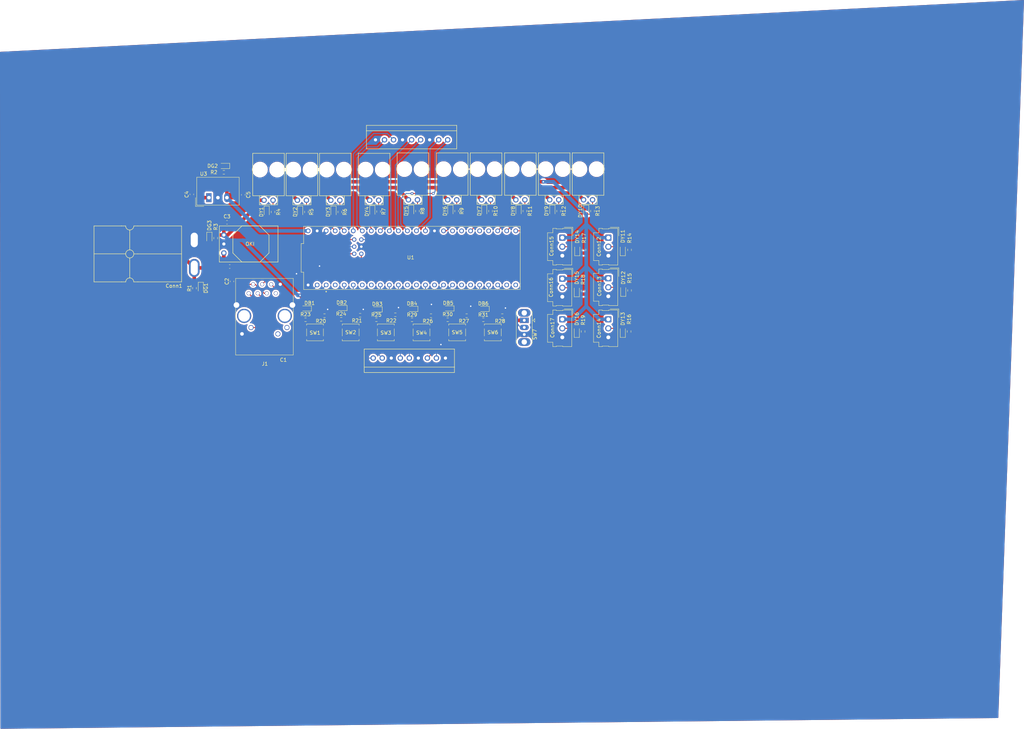
<source format=kicad_pcb>
(kicad_pcb (version 20211014) (generator pcbnew)
  (layers (0 "F.Cu" signal) (31 "B.Cu" signal) (34 "B.Paste" user) (35 "F.Paste" user) (36 "B.SilkS" user "B.Silkscreen") (37 "F.SilkS" user "F.Silkscreen") (38 "B.Mask" user) (39 "F.Mask" user) (44 "Edge.Cuts" user))
  (net 0 "")
  (net 1 "+36V")
  (net 2 "GND")
  (net 3 "Net-(C2-Pad1)")
  (net 4 "+3.3V")
  (net 5 "+5V")
  (net 6 "LIM_1")
  (net 7 "LIM_3")
  (net 8 "LIM_5")
  (net 9 "LIM_7")
  (net 10 "LIM_9")
  (net 11 "LIM_2")
  (net 12 "LIM_4")
  (net 13 "LIM_6")
  (net 14 "LIM_8")
  (net 15 "LIM_10")
  (net 16 "ENC_1")
  (net 17 "VESC_Tx_1")
  (net 18 "VESC_Rx_1")
  (net 19 "VESC_Tx_2")
  (net 20 "VESC_Rx_2")
  (net 21 "VESC_Tx_3")
  (net 22 "VESC_Rx_3")
  (net 23 "VESC_Tx_4")
  (net 24 "VESC_Rx_4")
  (net 25 "VESC_Tx_5")
  (net 26 "VESC_Rx_5")
  (net 27 "VESC_Tx_6")
  (net 28 "VESC_Rx_6")
  (net 29 "Net-(DB1-Pad1)")
  (net 30 "Net-(DB2-Pad1)")
  (net 31 "Net-(DB3-Pad1)")
  (net 32 "Net-(DB4-Pad1)")
  (net 33 "Net-(DB5-Pad1)")
  (net 34 "Net-(DB6-Pad1)")
  (net 35 "Net-(DG1-Pad2)")
  (net 36 "Net-(DG2-Pad2)")
  (net 37 "Net-(DG3-Pad2)")
  (net 38 "Net-(DY1-Pad2)")
  (net 39 "Net-(DY2-Pad2)")
  (net 40 "Net-(DY3-Pad2)")
  (net 41 "Net-(DY4-Pad2)")
  (net 42 "Net-(DY5-Pad2)")
  (net 43 "Net-(DY6-Pad2)")
  (net 44 "Net-(DY7-Pad2)")
  (net 45 "Net-(DY8-Pad2)")
  (net 46 "Net-(DY9-Pad2)")
  (net 47 "Net-(DY10-Pad2)")
  (net 48 "Net-(DY11-Pad1)")
  (net 49 "Net-(DY12-Pad1)")
  (net 50 "Net-(DY13-Pad1)")
  (net 51 "Net-(DY14-Pad1)")
  (net 52 "Net-(DY15-Pad1)")
  (net 53 "Net-(DY16-Pad1)")
  (net 55 "LED")
  (net 57 "Tx+")
  (net 58 "Tx-")
  (net 60 "Rx+")
  (net 61 "Rx-")
  (net 62 "B1")
  (net 63 "B2")
  (net 64 "B3")
  (net 65 "B4")
  (net 66 "B5")
  (net 67 "B6")
  (net 68 "SW")
  (net 74 "ENC_6")
  (net 75 "ENC_5")
  (net 78 "ENC_4")
  (net 79 "ENC_3")
  (net 80 "ENC_2")
  (footprint "MRDT_Connectors:MOLEX_SL_02_Horizontal" (layer "F.Cu") (at 136.906 45.339)
    (fp_text reference "Conn7" hide)
    (fp_text value "Molex_SL_02")
  )
  (footprint "Capacitor_SMD:C_0603_1608Metric_Pad1.08x0.95mm_HandSolder" (layer "F.Cu") (at 74.803 51.689 180)
    (fp_text reference "C3")
    (fp_text value "10 uF")
  )
  (footprint "Resistor_SMD:R_0603_1608Metric_Pad0.98x0.95mm_HandSolder" (layer "F.Cu") (at 65.659 70.231 90)
    (fp_text reference "R1")
    (fp_text value "3000")
  )
  (footprint "Connector_Molex:Molex_SL_171971-0003_1x03_P2.54mm_Vertical" (layer "F.Cu") (at 169.164 67.564 -90)
    (fp_text reference "Conn16")
    (fp_text value "Molex_SL_03")
  )
  (footprint "Resistor_SMD:R_0603_1608Metric_Pad0.98x0.95mm_HandSolder" (layer "F.Cu") (at 73.914 37.592)
    (fp_text reference "R2")
    (fp_text value "300")
  )
  (footprint "Resistor_SMD:R_0603_1608Metric_Pad0.98x0.95mm_HandSolder" (layer "F.Cu") (at 139.446 48.514 -90)
    (fp_text reference "R9")
    (fp_text value "43")
  )
  (footprint "Resistor_SMD:R_0603_1608Metric_Pad0.98x0.95mm_HandSolder" (layer "F.Cu") (at 136.906 79.121 180)
    (fp_text reference "R30")
    (fp_text value "120")
  )
  (footprint "Resistor_SMD:R_0603_1608Metric_Pad0.98x0.95mm_HandSolder" (layer "F.Cu") (at 158.623 48.514 -90)
    (fp_text reference "R11")
    (fp_text value "43")
  )
  (footprint "Connector_Molex:Molex_SL_171971-0003_1x03_P2.54mm_Vertical" (layer "F.Cu") (at 169.164 56.007 -90)
    (fp_text reference "Conn15")
    (fp_text value "Molex_SL_03")
  )
  (footprint "Resistor_SMD:R_0603_1608Metric_Pad0.98x0.95mm_HandSolder" (layer "F.Cu") (at 175.018 82.423 90)
    (fp_text reference "R19")
    (fp_text value "300")
  )
  (footprint "LED_SMD:LED_0603_1608Metric_Pad1.05x0.95mm_HandSolder" (layer "F.Cu") (at 146.939 76.073 180)
    (fp_text reference "DB6")
    (fp_text value "Blue")
  )
  (footprint "Capacitor_SMD:C_0603_1608Metric_Pad1.08x0.95mm_HandSolder" (layer "F.Cu") (at 64.897 43.815 90)
    (fp_text reference "C4")
    (fp_text value "10 uF")
  )
  (footprint "MRDT_Connectors:MOLEX_SL_02_Horizontal" (layer "F.Cu") (at 156.083 45.339)
    (fp_text reference "Conn9" hide)
    (fp_text value "Molex_SL_02")
  )
  (footprint "Resistor_SMD:R_0603_1608Metric_Pad0.98x0.95mm_HandSolder" (layer "F.Cu") (at 152.273 77.978)
    (fp_text reference "R28")
    (fp_text value "4.7k")
  )
  (footprint "MRDT_Devices:OKI_Horizontal" (layer "F.Cu") (at 73.914 60.325 90)
    (fp_text reference "U2" hide)
    (fp_text value "OKI")
  )
  (footprint "Resistor_SMD:R_0603_1608Metric_Pad0.98x0.95mm_HandSolder" (layer "F.Cu") (at 148.971 48.514 -90)
    (fp_text reference "R10")
    (fp_text value "43")
  )
  (footprint "LED_SMD:LED_0603_1608Metric_Pad1.05x0.95mm_HandSolder" (layer "F.Cu") (at 173.24 82.423 90)
    (fp_text reference "DY16")
    (fp_text value "Yellow")
  )
  (footprint "Button_Switch_SMD:SW_SPST_TL3305A" (layer "F.Cu") (at 109.601 82.677 180)
    (fp_text reference "SW2")
    (fp_text value "SW_Push")
  )
  (footprint "Resistor_SMD:R_0603_1608Metric_Pad0.98x0.95mm_HandSolder" (layer "F.Cu") (at 116.84 79.121 180)
    (fp_text reference "R25")
    (fp_text value "120")
  )
  (footprint "LED_SMD:LED_0603_1608Metric_Pad1.05x0.95mm_HandSolder" (layer "F.Cu") (at 137.033 75.946 180)
    (fp_text reference "DB5")
    (fp_text value "Blue")
  )
  (footprint "LED_SMD:LED_0603_1608Metric_Pad1.05x0.95mm_HandSolder" (layer "F.Cu") (at 147.193 48.514 -90)
    (fp_text reference "DY7")
    (fp_text value "Yellow")
  )
  (footprint "LED_SMD:LED_0603_1608Metric_Pad1.05x0.95mm_HandSolder" (layer "F.Cu") (at 137.668 48.514 -90)
    (fp_text reference "DY6")
    (fp_text value "Yellow")
  )
  (footprint "Resistor_SMD:R_0603_1608Metric_Pad0.98x0.95mm_HandSolder" (layer "F.Cu") (at 106.934 78.994 180)
    (fp_text reference "R24")
    (fp_text value "120")
  )
  (footprint "Resistor_SMD:R_0603_1608Metric_Pad0.98x0.95mm_HandSolder" (layer "F.Cu") (at 106.553 48.768 -90)
    (fp_text reference "R6")
    (fp_text value "43")
  )
  (footprint "Resistor_SMD:R_0603_1608Metric_Pad0.98x0.95mm_HandSolder" (layer "F.Cu") (at 96.901 79.121 180)
    (fp_text reference "R23")
    (fp_text value "120")
  )
  (footprint "Capacitor_SMD:C_0603_1608Metric" (layer "F.Cu") (at 76.2 68.326 90)
    (fp_text reference "C2")
    (fp_text value "0.1uF")
  )
  (footprint "Resistor_SMD:R_0603_1608Metric_Pad0.98x0.95mm_HandSolder" (layer "F.Cu") (at 187.96 82.423 90)
    (fp_text reference "R16")
    (fp_text value "300")
  )
  (footprint "Button_Switch_SMD:SW_SPST_TL3305A" (layer "F.Cu") (at 119.507 82.677 180)
    (fp_text reference "SW3")
    (fp_text value "SW_Push")
  )
  (footprint "MRDT_Connectors:MOLEX_SL_02_Horizontal" (layer "F.Cu") (at 114.935 45.466)
    (fp_text reference "Conn5" hide)
    (fp_text value "Molex_SL_02")
  )
  (footprint "MRDT_Connectors:MOLEX_SL_09_Vertical" (layer "F.Cu") (at 136.271 89.916 180)
    (fp_text reference "Conn19" hide)
    (fp_text value "Molex_SL_09")
  )
  (footprint "LED_SMD:LED_0603_1608Metric_Pad1.05x0.95mm_HandSolder" (layer "F.Cu") (at 126.619 48.514 -90)
    (fp_text reference "DY5")
    (fp_text value "Yellow")
  )
  (footprint "LED_SMD:LED_0603_1608Metric_Pad1.05x0.95mm_HandSolder" (layer "F.Cu") (at 186.182 59.436 90)
    (fp_text reference "DY11")
    (fp_text value "Yellow")
  )
  (footprint "MRDT_Connectors:MOLEX_SL_02_Horizontal" (layer "F.Cu") (at 175.133 45.339)
    (fp_text reference "Conn11" hide)
    (fp_text value "Molex_SL_02")
  )
  (footprint "MRDT_Connectors:MOLEX_SL_02_Horizontal" (layer "F.Cu") (at 85.217 45.466)
    (fp_text reference "Conn2" hide)
    (fp_text value "Molex_SL_02")
  )
  (footprint "LED_SMD:LED_0603_1608Metric_Pad1.05x0.95mm_HandSolder" (layer "F.Cu") (at 73.914 35.814 180)
    (fp_text reference "DG2")
    (fp_text value "Green")
  )
  (footprint "Button_Switch_SMD:SW_SPST_TL3305A" (layer "F.Cu") (at 129.54 82.677 180)
    (fp_text reference "SW4")
    (fp_text value "SW_Push")
  )
  (footprint "MRDT_Connectors:MOLEX_SL_02_Horizontal" (layer "F.Cu") (at 94.615 45.466)
    (fp_text reference "Conn3" hide)
    (fp_text value "Molex_SL_02")
  )
  (footprint "Connector_Molex:Molex_SL_171971-0003_1x03_P2.54mm_Vertical" (layer "F.Cu") (at 182.106 67.437 -90)
    (fp_text reference "Conn13")
    (fp_text value "Molex_SL_03")
  )
  (footprint "LED_SMD:LED_0603_1608Metric_Pad1.05x0.95mm_HandSolder" (layer "F.Cu") (at 69.85 56.134 -90)
    (fp_text reference "DG3")
    (fp_text value "Green")
  )
  (footprint "Resistor_SMD:R_0603_1608Metric_Pad0.98x0.95mm_HandSolder" (layer "F.Cu") (at 126.873 79.121 180)
    (fp_text reference "R29")
    (fp_text value "120")
  )
  (footprint "Resistor_SMD:R_0603_1608Metric_Pad0.98x0.95mm_HandSolder" (layer "F.Cu") (at 128.397 48.514 -90)
    (fp_text reference "R8")
    (fp_text value "43")
  )
  (footprint "Resistor_SMD:R_0603_1608Metric_Pad0.98x0.95mm_HandSolder" (layer "F.Cu") (at 71.628 56.134 90)
    (fp_text reference "R3")
    (fp_text value "100")
  )
  (footprint "Resistor_SMD:R_0603_1608Metric_Pad0.98x0.95mm_HandSolder" (layer "F.Cu") (at 188.087 70.866 90)
    (fp_text reference "R15")
    (fp_text value "300")
  )
  (footprint "LED_SMD:LED_0603_1608Metric_Pad1.05x0.95mm_HandSolder" (layer "F.Cu") (at 186.309 70.866 90)
    (fp_text reference "DY12")
    (fp_text value "Yellow")
  )
  (footprint "Resistor_SMD:R_0603_1608Metric_Pad0.98x0.95mm_HandSolder" (layer "F.Cu") (at 175.018 70.993 90)
    (fp_text reference "R18")
    (fp_text value "300")
  )
  (footprint "MRDT_Connectors:MOLEX_SL_02_Horizontal" (layer "F.Cu") (at 165.608 45.339)
    (fp_text reference "Conn10" hide)
    (fp_text value "Molex_SL_02")
  )
  (footprint "LED_SMD:LED_0603_1608Metric_Pad1.05x0.95mm_HandSolder" (layer "F.Cu") (at 186.182 82.423 90)
    (fp_text reference "DY13")
    (fp_text value "Yellow")
  )
  (footprint "LED_SMD:LED_0603_1608Metric_Pad1.05x0.95mm_HandSolder" (layer "F.Cu") (at 175.895 48.514 -90)
    (fp_text reference "DY10")
    (fp_text value "Yellow")
  )
  (footprint "Resistor_SMD:R_0603_1608Metric_Pad0.98x0.95mm_HandSolder" (layer "F.Cu") (at 175.272 59.436 90)
    (fp_text reference "R17")
    (fp_text value "300")
  )
  (footprint "Resistor_SMD:R_0603_1608Metric_Pad0.98x0.95mm_HandSolder" (layer "F.Cu") (at 117.475 48.641 -90)
    (fp_text reference "R7")
    (fp_text value "43")
  )
  (footprint "Resistor_SMD:R_0603_1608Metric_Pad0.98x0.95mm_HandSolder" (layer "F.Cu") (at 102.235 77.978)
    (fp_text reference "R20")
    (fp_text value "4.7k")
  )
  (footprint "MRDT_Connectors:RJ45_Teensy" (layer "F.Cu") (at 85.469 91.0295)
    (fp_text reference "J1")
    (fp_text value "RJ45_LED_Shielded")
  )
  (footprint "Resistor_SMD:R_0603_1608Metric_Pad0.98x0.95mm_HandSolder" (layer "F.Cu") (at 188.087 59.436 90)
    (fp_text reference "R14")
    (fp_text value "300")
  )
  (footprint "LED_SMD:LED_0603_1608Metric_Pad1.05x0.95mm_HandSolder" (layer "F.Cu") (at 95.377 48.768 -90)
    (fp_text reference "DY2")
    (fp_text value "Yellow")
  )
  (footprint "Connector_Molex:Molex_SL_171971-0003_1x03_P2.54mm_Vertical" (layer "F.Cu") (at 182.106 78.994 -90)
    (fp_text reference "Conn14")
    (fp_text value "Molex_SL_03")
  )
  (footprint "Connector_Molex:Molex_SL_171971-0003_1x03_P2.54mm_Vertical" (layer "F.Cu") (at 182.118 56.007 -90)
    (fp_text reference "Conn12")
    (fp_text value "Molex_SL_03")
  )
  (footprint "Resistor_SMD:R_0603_1608Metric_Pad0.98x0.95mm_HandSolder" (layer "F.Cu") (at 87.757 48.768 -90)
    (fp_text reference "R4")
    (fp_text value "43")
  )
  (footprint "Resistor_SMD:R_0603_1608Metric_Pad0.98x0.95mm_HandSolder" (layer "F.Cu") (at 177.673 48.514 -90)
    (fp_text reference "R13")
    (fp_text value "43")
  )
  (footprint "LED_SMD:LED_0603_1608Metric_Pad1.05x0.95mm_HandSolder" (layer "F.Cu") (at 104.775 48.768 -90)
    (fp_text reference "DY3")
    (fp_text value "Yellow")
  )
  (footprint "LED_SMD:LED_0603_1608Metric_Pad1.05x0.95mm_HandSolder" (layer "F.Cu") (at 106.934 75.819 180)
    (fp_text reference "DB2")
    (fp_text value "Blue")
  )
  (footprint "Resistor_SMD:R_0603_1608Metric_Pad0.98x0.95mm_HandSolder" (layer "F.Cu") (at 132.207 77.978)
    (fp_text reference "R26")
    (fp_text value "4.7k")
  )
  (footprint "LED_SMD:LED_0603_1608Metric_Pad1.05x0.95mm_HandSolder" (layer "F.Cu") (at 173.24 70.993 90)
    (fp_text reference "DY15")
    (fp_text value "Yellow")
  )
  (footprint "Resistor_SMD:R_0603_1608Metric_Pad0.98x0.95mm_HandSolder" (layer "F.Cu") (at 122.174 77.724)
    (fp_text reference "R22")
    (fp_text value "4.7k")
  )
  (footprint "Resistor_SMD:R_0603_1608Metric_Pad0.98x0.95mm_HandSolder" (layer "F.Cu") (at 112.268 77.851)
    (fp_text reference "R21")
    (fp_text value "4.7k")
  )
  (footprint "Capacitor_SMD:C_0603_1608Metric_Pad1.08x0.95mm_HandSolder" (layer "F.Cu") (at 79.375 43.942 -90)
    (fp_text reference "C5")
    (fp_text value "10 uF")
  )
  (footprint "LED_SMD:LED_0603_1608Metric_Pad1.05x0.95mm_HandSolder" (layer "F.Cu") (at 116.84 76.2 180)
    (fp_text reference "DB3")
    (fp_text value "Blue")
  )
  (footprint "MRDT_Connectors:MOLEX_SL_02_Horizontal" (layer "F.Cu") (at 146.431 45.339)
    (fp_text reference "Conn8" hide)
    (fp_text value "Molex_SL_02")
  )
  (footprint "MRDT_Connectors:MOLEX_SL_09_Vertical" (layer "F.Cu") (at 116.586 28.448)
    (fp_text reference "Conn18" hide)
    (fp_text value "Molex_SL_09")
  )
  (footprint "MRDT_Connectors:Square_Anderson_2_H_Side_By_Side_PV" (layer "F.Cu") (at 65.7188 56.342)
    (fp_text reference "Conn1")
    (fp_text value "AndersonPP")
  )
  (footprint "Converter_DCDC:Converter_DCDC_TRACO_TSR-1_THT" (layer "F.Cu") (at 69.7035 44.7355)
    (fp_text reference "U3")
    (fp_text value "TSR_1-2450")
  )
  (footprint "MRDT_Shields:Teensy_4_1_Ethernet" (layer "F.Cu") (at 126.842 61.7085)
    (fp_text reference "U1")
    (fp_text value "Teensy4.1_DEV-16771")
  )
  (footprint "MRDT_Connectors:MOLEX_SL_02_Horizontal" (layer "F.Cu") (at 104.013 45.466)
    (fp_text reference "Conn4" hide)
    (fp_text value "Molex_SL_02")
  )
  (footprint "Capacitor_SMD:C_0603_1608Metric_Pad1.08x0.95mm_HandSolder" (layer "F.Cu") (at 75.565 64.135)
    (fp_text reference "C1")
    (fp_text value "10 uF")
  )
  (footprint "Resistor_SMD:R_0603_1608Metric_Pad0.98x0.95mm_HandSolder" (layer "F.Cu") (at 97.155 48.768 -90)
    (fp_text reference "R5")
    (fp_text value "43")
  )
  (footprint "LED_SMD:LED_0603_1608Metric_Pad1.05x0.95mm_HandSolder" (layer "F.Cu") (at 67.437 70.231 -90)
    (fp_text reference "DG1")
    (fp_text value "Green")
  )
  (footprint "LED_SMD:LED_0603_1608Metric_Pad1.05x0.95mm_HandSolder" (layer "F.Cu") (at 85.979 48.768 -90)
    (fp_text reference "DY1")
    (fp_text value "Yellow")
  )
  (footprint "LED_SMD:LED_0603_1608Metric_Pad1.05x0.95mm_HandSolder" (layer "F.Cu") (at 96.901 75.946 180)
    (fp_text reference "DB1")
    (fp_text value "Blue")
  )
  (footprint "Button_Switch_SMD:SW_SPST_TL3305A" (layer "F.Cu") (at 139.573 82.677 180)
    (fp_text reference "SW5")
    (fp_text value "SW_Push")
  )
  (footprint "Resistor_SMD:R_0603_1608Metric_Pad0.98x0.95mm_HandSolder" (layer "F.Cu") (at 168.148 48.514 -90)
    (fp_text reference "R12")
    (fp_text value "43")
  )
  (footprint "Button_Switch_SMD:SW_SPST_TL3305A" (layer "F.Cu") (at 149.606 82.677 180)
    (fp_text reference "SW6")
    (fp_text value "SW_Push")
  )
  (footprint "Resistor_SMD:R_0603_1608Metric_Pad0.98x0.95mm_HandSolder" (layer "F.Cu") (at 142.24 77.978)
    (fp_text reference "R27")
    (fp_text value "4.7k")
  )
  (footprint "LED_SMD:LED_0603_1608Metric_Pad1.05x0.95mm_HandSolder" (layer "F.Cu") (at 166.37 48.514 -90)
    (fp_text reference "DY9")
    (fp_text value "Yellow")
  )
  (footprint "Button_Switch_SMD:SW_SPST_TL3305A" (layer "F.Cu") (at 99.568 82.677 180)
    (fp_text reference "SW1")
    (fp_text value "SW_Push")
  )
  (footprint "MRDT_Connectors:MOLEX_SL_02_Horizontal" (layer "F.Cu") (at 125.857 45.339)
    (fp_text reference "Conn6" hide)
    (fp_text value "Molex_SL_02")
  )
  (footprint "LED_SMD:LED_0603_1608Metric_Pad1.05x0.95mm_HandSolder" (layer "F.Cu") (at 173.367 59.436 90)
    (fp_text reference "DY14")
    (fp_text value "Yellow")
  )
  (footprint "LED_SMD:LED_0603_1608Metric_Pad1.05x0.95mm_HandSolder" (layer "F.Cu") (at 126.873 76.073 180)
    (fp_text reference "DB4")
    (fp_text value "Blue")
  )
  (footprint "Connector_Molex:Molex_SL_171971-0003_1x03_P2.54mm_Vertical" (layer "F.Cu") (at 169.164 78.994 -90)
    (fp_text reference "Conn17")
    (fp_text value "Molex_SL_03")
  )
  (footprint "Button_Switch_THT:SW_Slide_1P2T_CK_OS102011MS2Q" (layer "F.Cu") (at 158.4525 79.28 -90)
    (fp_text reference "SW7")
    (fp_text value "SW_DPDT_x2")
  )
  (footprint "LED_SMD:LED_0603_1608Metric_Pad1.05x0.95mm_HandSolder" (layer "F.Cu") (at 115.697 48.641 -90)
    (fp_text reference "DY4")
    (fp_text value "Yellow")
  )
  (footprint "LED_SMD:LED_0603_1608Metric_Pad1.05x0.95mm_HandSolder" (layer "F.Cu") (at 156.845 48.514 -90)
    (fp_text reference "DY8")
    (fp_text value "Yellow")
  )
  (footprint "Resistor_SMD:R_0603_1608Metric_Pad0.98x0.95mm_HandSolder" (layer "F.Cu") (at 146.939 79.121 180)
    (fp_text reference "R31")
    (fp_text value "120")
  )
  (segment (start 70.866 64.516) (end 74.3215 64.516) (width 1.016) (layer "F.Cu") (net 1))
  (segment (start 65.5942 64.516) (end 61.976 60.8978) (width 1.016) (layer "F.Cu") (net 1))
  (segment (start 73.914 61.468) (end 73.914 60.325) (width 1.016) (layer "F.Cu") (net 1))
  (segment (start 61.976 47.5985) (end 64.897 44.6775) (width 1.016) (layer "F.Cu") (net 1))
  (segment (start 65.5942 69.2537) (end 65.659 69.3185) (width 1.016) (layer "F.Cu") (net 1))
  (segment (start 65.5942 64.516) (end 70.866 64.516) (width 1.016) (layer "F.Cu") (net 1))
  (segment (start 74.3215 64.516) (end 74.7025 64.135) (width 1.016) (layer "F.Cu") (net 1))
  (segment (start 61.976 50.673) (end 61.976 47.5985) (width 1.016) (layer "F.Cu") (net 1))
  (segment (start 61.976 60.8978) (end 61.976 50.673) (width 1.016) (layer "F.Cu") (net 1))
  (segment (start 70.866 64.516) (end 73.914 61.468) (width 1.016) (layer "F.Cu") (net 1))
  (segment (start 65.5942 64.516) (end 65.5942 69.2537) (width 1.016) (layer "F.Cu") (net 1))
  (segment (start 67.9135 44.7355) (end 69.7035 44.7355) (width 1.016) (layer "F.Cu") (net 1))
  (segment (start 61.976 50.673) (end 67.9135 44.7355) (width 1.016) (layer "F.Cu") (net 1))
  (segment (start 76.2 69.101) (end 76.2385 69.1395) (width 0.254) (layer "F.Cu") (net 3))
  (segment (start 76.2385 69.1395) (end 82.169 69.1395) (width 0.254) (layer "F.Cu") (net 3))
  (segment (start 85.2685 71.6795) (end 85.979 71.6795) (width 0.254) (layer "F.Cu") (net 3))
  (segment (start 82.7285 69.1395) (end 85.2685 71.6795) (width 0.254) (layer "F.Cu") (net 3))
  (segment (start 82.169 69.1395) (end 82.7285 69.1395) (width 0.254) (layer "F.Cu") (net 3))
  (segment (start 82.55 47.68663) (end 82.55 46.609) (width 1.016) (layer "F.Cu") (net 4))
  (segment (start 99.568 41.91) (end 100.457 41.91) (width 1.016) (layer "F.Cu") (net 4))
  (segment (start 146.431 45.339) (end 143.002 41.91) (width 1.016) (layer "F.Cu") (net 4))
  (segment (start 111.506 42.037) (end 111.506 41.91) (width 1.016) (layer "F.Cu") (net 4))
  (segment (start 85.344 41.91) (end 90.551 41.91) (width 1.016) (layer "F.Cu") (net 4))
  (segment (start 133.35 41.91) (end 143.002 41.91) (width 1.016) (layer "F.Cu") (net 4))
  (segment (start 82.55 46.609) (end 82.55 44.704) (width 1.016) (layer "F.Cu") (net 4))
  (segment (start 137.414 72.263) (end 140.716 72.263) (width 1.016) (layer "F.Cu") (net 4))
  (segment (start 91.059 41.91) (end 94.615 45.466) (width 1.016) (layer "F.Cu") (net 4))
  (segment (start 127.508 72.263) (end 131.2945 76.0495) (width 1.016) (layer "F.Cu") (net 4))
  (segment (start 71.6515 55.245) (end 71.628 55.2215) (width 1.016) (layer "F.Cu") (net 4))
  (segment (start 148.971 72.263) (end 152.273 72.263) (width 1.016) (layer "F.Cu") (net 4))
  (segment (start 127.508 72.263) (end 132.207 72.263) (width 1.016) (layer "F.Cu") (net 4))
  (segment (start 73.914 51.7155) (end 73.9405 51.689) (width 1.016) (layer "F.Cu") (net 4))
  (segment (start 152.654 41.91) (end 152.273 41.91) (width 1.016) (layer "F.Cu") (net 4))
  (segment (start 82.55 44.704) (end 85.344 41.91) (width 1.016) (layer "F.Cu") (net 4))
  (segment (start 101.3225 77.978) (end 101.3225 74.7795) (width 1.016) (layer "F.Cu") (net 4))
  (segment (start 171.704 41.91) (end 175.133 45.339) (width 1.016) (layer "F.Cu") (net 4))
  (segment (start 162.179 41.91) (end 161.925 41.91) (width 1.016) (layer "F.Cu") (net 4))
  (segment (start 82.55 46.609) (end 83.693 45.466) (width 1.016) (layer "F.Cu") (net 4))
  (segment (start 106.059 75.819) (end 105.918 75.819) (width 1.016) (layer "F.Cu") (net 4))
  (segment (start 83.693 45.466) (end 85.217 45.466) (width 1.016) (layer "F.Cu") (net 4))
  (segment (start 140.716 72.263) (end 142.254 72.263) (width 1.016) (layer "F.Cu") (net 4))
  (segment (start 122.428 41.91) (end 133.35 41.91) (width 1.016) (layer "F.Cu") (net 4))
  (segment (start 90.551 41.91) (end 99.568 41.91) (width 1.016) (layer "F.Cu") (net 4))
  (segment (start 110.998 72.263) (end 117.856 72.263) (width 1.016) (layer "F.Cu") (net 4))
  (segment (start 142.254 72.263) (end 146.064 76.073) (width 1.016) (layer "F.Cu") (net 4))
  (segment (start 121.2615 77.724) (end 121.2615 75.6685) (width 1.016) (layer "F.Cu") (net 4))
  (segment (start 151.3605 74.6525) (end 151.3605 77.978) (width 1.016) (layer "F.Cu") (net 4))
  (segment (start 102.362 72.263) (end 104.14 72.263) (width 1.016) (layer "F.Cu") (net 4))
  (segment (start 140.716 72.263) (end 148.971 72.263) (width 1.016) (layer "F.Cu") (net 4))
  (segment (start 155.067 75.057) (end 155.067 78.486) (width 1.016) (layer "F.Cu") (net 4))
  (segment (start 74.99163 55.245) (end 82.55 47.68663) (width 1.016) (layer "F.Cu") (net 4))
  (segment (start 133.477 41.91) (end 133.35 41.91) (width 1.016) (layer "F.Cu") (net 4))
  (segment (start 111.3555 74.3985) (end 109.22 72.263) (width 1.016) (layer "F.Cu") (net 4))
  (segment (start 73.914 55.245) (end 71.6515 55.245) (width 1.016) (layer "F.Cu") (net 4))
  (segment (start 112.028 72.263) (end 110.998 72.263) (width 1.016) (layer "F.Cu") (net 4))
  (segment (start 125.857 45.339) (end 122.428 41.91) (width 1.016) (layer "F.Cu") (net 4))
  (segment (start 105.918 75.819) (end 102.362 72.263) (width 1.016) (layer "F.Cu") (net 4))
  (segment (start 114.935 45.466) (end 111.506 42.037) (width 1.016) (layer "F.Cu") (net 4))
  (segment (start 156.083 45.339) (end 152.654 41.91) (width 1.016) (layer "F.Cu") (net 4))
  (segment (start 161.925 41.91) (end 171.704 41.91) (width 1.016) (layer "F.Cu") (net 4))
  (segment (start 152.273 41.91) (end 161.925 41.91) (width 1.016) (layer "F.Cu") (net 4))
  (segment (start 132.207 72.263) (end 137.414 72.263) (width 1.016) (layer "F.Cu") (net 4))
  (segment (start 96.026 72.912) (end 96.026 75.946) (width 1.016) (layer "F.Cu") (net 4))
  (segment (start 155.067 78.486) (end 155.861 79.28) (width 1.016) (layer "F.Cu") (net 4))
  (segment (start 136.906 45.339) (end 133.477 41.91) (width 1.016) (layer "F.Cu") (net 4))
  (segment (start 101.3225 74.7795) (end 98.806 72.263) (width 1.016) (layer "F.Cu") (net 4))
  (segment (start 109.22 72.263) (end 110.998 72.263) (width 1.016) (layer "F.Cu") (net 4))
  (segment (start 99.568 41.91) (end 111.506 41.91) (width 1.016) (layer "F.Cu") (net 4))
  (segment (start 148.971 72.263) (end 151.3605 74.6525) (width 1.016) (layer "F.Cu") (net 4))
  (segment (start 111.506 41.91) (end 122.428 41.91) (width 1.016) (layer "F.Cu") (net 4))
  (segment (start 73.914 55.245) (end 74.99163 55.245) (width 1.016) (layer "F.Cu") (net 4))
  (segment (start 131.2945 76.0495) (end 131.2945 77.978) (width 1.016) (layer "F.Cu") (net 4))
  (segment (start 73.914 55.245) (end 73.914 51.7155) (width 1.016) (layer "F.Cu") (net 4))
  (segment (start 125.603 76.073) (end 121.793 72.263) (width 1.016) (layer "F.Cu") (net 4))
  (segment (start 135.89 75.946) (end 136.158 75.946) (width 1.016) (layer "F.Cu") (net 4))
  (segment (start 115.965 76.2) (end 112.028 72.263) (width 1.016) (layer "F.Cu") (net 4))
  (segment (start 95.377 72.263) (end 96.026 72.912) (width 1.016) (layer "F.Cu") (net 4))
  (segment (start 117.856 72.263) (end 121.793 72.263) (width 1.016) (layer "F.Cu") (net 4))
  (segment (start 121.793 72.263) (end 127.508 72.263) (width 1.016) (layer "F.Cu") (net 4))
  (segment (start 165.608 45.339) (end 162.179 41.91) (width 1.016) (layer "F.Cu") (net 4))
  (segment (start 137.414 72.263) (end 141.3275 76.1765) (width 1.016) (layer "F.Cu") (net 4))
  (segment (start 111.3555 77.851) (end 111.3555 74.3985) (width 1.016) (layer "F.Cu") (net 4))
  (segment (start 152.273 72.263) (end 155.067 75.057) (width 1.016) (layer "F.Cu") (net 4))
  (segment (start 125.998 76.073) (end 125.603 76.073) (width 1.016) (layer "F.Cu") (net 4))
  (segment (start 95.377 72.263) (end 98.806 72.263) (width 1.016) (layer "F.Cu") (net 4))
  (segment (start 121.2615 75.6685) (end 117.856 72.263) (width 1.016) (layer "F.Cu") (net 4))
  (segment (start 98.806 72.263) (end 102.362 72.263) (width 1.016) (layer "F.Cu") (net 4))
  (segment (start 141.3275 76.1765) (end 141.3275 77.978) (width 1.016) (layer "F.Cu") (net 4))
  (segment (start 104.14 72.263) (end 109.22 72.263) (width 1.016) (layer "F.Cu") (net 4))
  (segment (start 100.457 41.91) (end 104.013 45.466) (width 1.016) (layer "F.Cu") (net 4))
  (segment (start 143.002 41.91) (end 152.273 41.91) (width 1.016) (layer "F.Cu") (net 4))
  (segment (start 132.207 72.263) (end 135.89 75.946) (width 1.016) (layer "F.Cu") (net 4))
  (segment (start 90.551 41.91) (end 91.059 41.91) (width 1.016) (layer "F.Cu") (net 4))
  (segment (start 155.861 79.28) (end 158.4525 79.28) (width 1.016) (layer "F.Cu") (net 4))
  (via (at 95.377 72.263) (size 0.8) (drill 0.4) (layers "F.Cu" "B.Cu") (net 4))
  (segment (start 95.377 72.263) (end 94.742 72.263) (width 1.016) (layer "B.Cu") (net 4))
  (segment (start 79.248 56.769) (end 100.203 56.769) (width 1.016) (layer "B.Cu") (net 4))
  (segment (start 73.914 55.245) (end 75.438 56.769) (width 1.016) (layer "B.Cu") (net 4))
  (segment (start 102.712 54.26) (end 102.712 54.0885) (width 1.016) (layer "B.Cu") (net 4))
  (segment (start 94.742 72.263) (end 79.248 56.769) (width 1.016) (layer "B.Cu") (net 4))
  (segment (start 100.203 56.769) (end 102.712 54.26) (width 1.016) (layer "B.Cu") (net 4))
  (segment (start 75.438 56.769) (end 79.248 56.769) (width 1.016) (layer "B.Cu") (net 4))
  (segment (start 74.7835 44.7355) (end 74.7835 37.635) (width 1.016) (layer "F.Cu") (net 5))
  (segment (start 74.7835 37.635) (end 74.8265 37.592) (width 1.016) (layer "F.Cu") (net 5))
  (segment (start 79.26 40.259) (end 74.7835 44.7355) (width 1.016) (layer "F.Cu") (net 5))
  (segment (start 163.83 40.259) (end 79.26 40.259) (width 1.016) (layer "F.Cu") (net 5))
  (segment (start 79.306 44.7355) (end 79.375 44.8045) (width 1.016) (layer "F.Cu") (net 5))
  (segment (start 74.7835 44.7355) (end 79.306 44.7355) (width 1.016) (layer "F.Cu") (net 5))
  (via (at 163.83 40.259) (size 0.8) (drill 0.4) (layers "F.Cu" "B.Cu") (net 5))
  (segment (start 172.466 67.564) (end 169.164 67.564) (width 1.016) (layer "B.Cu") (net 5))
  (segment (start 84.1365 54.0885) (end 97.632 54.0885) (width 1.016) (layer "B.Cu") (net 5))
  (segment (start 175.895 64.135) (end 175.895 75.311) (width 1.016) (layer "B.Cu") (net 5))
  (segment (start 172.212 78.994) (end 169.164 78.994) (width 1.016) (layer "B.Cu") (net 5))
  (segment (start 175.895 49.53) (end 175.895 64.135) (width 1.016) (layer "B.Cu") (net 5))
  (segment (start 175.895 64.135) (end 179.197 67.437) (width 1.016) (layer "B.Cu") (net 5))
  (segment (start 166.624 40.259) (end 175.895 49.53) (width 1.016) (layer "B.Cu") (net 5))
  (segment (start 179.705 56.007) (end 182.118 56.007) (width 1.016) (layer "B.Cu") (net 5))
  (segment (start 74.7835 44.7355) (end 84.1365 54.0885) (width 1.016) (layer "B.Cu") (net 5))
  (segment (start 175.895 52.197) (end 179.705 56.007) (width 1.016) (layer "B.Cu") (net 5))
  (segment (start 175.895 75.311) (end 172.212 78.994) (width 1.016) (layer "B.Cu") (net 5))
  (segment (start 163.83 40.259) (end 166.624 40.259) (width 1.016) (layer "B.Cu") (net 5))
  (segment (start 175.895 52.197) (end 172.085 56.007) (width 1.016) (layer "B.Cu") (net 5))
  (segment (start 172.085 56.007) (end 169.164 56.007) (width 1.016) (layer "B.Cu") (net 5))
  (segment (start 175.895 52.197) (end 175.895 64.135) (width 1.016) (layer "B.Cu") (net 5))
  (segment (start 175.895 64.135) (end 172.466 67.564) (width 1.016) (layer "B.Cu") (net 5))
  (segment (start 179.578 78.994) (end 175.895 75.311) (width 1.016) (layer "B.Cu") (net 5))
  (segment (start 179.197 67.437) (end 182.106 67.437) (width 1.016) (layer "B.Cu") (net 5))
  (segment (start 182.106 78.994) (end 179.578 78.994) (width 1.016) (layer "B.Cu") (net 5))
  (segment (start 102.9795 51.816) (end 91.7175 51.816) (width 0.254) (layer "F.Cu") (net 6))
  (segment (start 91.7175 51.816) (end 87.757 47.8555) (width 0.254) (layer "F.Cu") (net 6))
  (segment (start 87.757 47.8555) (end 87.757 45.466) (width 0.254) (layer "F.Cu") (net 6))
  (segment (start 105.252 54.0885) (end 102.9795 51.816) (width 0.254) (layer "F.Cu") (net 6))
  (segment (start 97.155 47.8555) (end 97.155 45.466) (width 0.254) (layer "F.Cu") (net 7))
  (segment (start 100.0995 50.8) (end 97.155 47.8555) (width 0.254) (layer "F.Cu") (net 7))
  (segment (start 107.792 54.0885) (end 104.5035 50.8) (width 0.254) (layer "F.Cu") (net 7))
  (segment (start 104.5035 50.8) (end 100.0995 50.8) (width 0.254) (layer "F.Cu") (net 7))
  (segment (start 110.49 51.562) (end 106.7835 47.8555) (width 0.254) (layer "F.Cu") (net 8))
  (segment (start 115.412 54.0885) (end 115.412 53.309) (width 0.254) (layer "F.Cu") (net 8))
  (segment (start 115.412 53.309) (end 113.665 51.562) (width 0.254) (layer "F.Cu") (net 8))
  (segment (start 113.665 51.562) (end 110.49 51.562) (width 0.254) (layer "F.Cu") (net 8))
  (segment (start 106.553 47.8555) (end 106.553 45.466) (width 0.254) (layer "F.Cu") (net 8))
  (segment (start 106.7835 47.8555) (end 106.553 47.8555) (width 0.254) (layer "F.Cu") (net 8))
  (segment (start 117.475 47.7285) (end 117.475 45.466) (width 0.254) (layer "F.Cu") (net 9))
  (segment (start 118.745 48.26) (end 118.2135 47.7285) (width 0.254) (layer "F.Cu") (net 9))
  (segment (start 118.745 53.2955) (end 118.745 48.26) (width 0.254) (layer "F.Cu") (net 9))
  (segment (start 117.952 54.0885) (end 118.745 53.2955) (width 0.254) (layer "F.Cu") (net 9))
  (segment (start 118.2135 47.7285) (end 117.475 47.7285) (width 0.254) (layer "F.Cu") (net 9))
  (segment (start 130.652 54.0885) (end 130.652 49.8565) (width 0.254) (layer "F.Cu") (net 10))
  (segment (start 128.397 47.6015) (end 128.397 45.339) (width 0.254) (layer "F.Cu") (net 10))
  (segment (start 130.652 49.8565) (end 128.397 47.6015) (width 0.254) (layer "F.Cu") (net 10))
  (segment (start 135.732 54.0885) (end 136.5385 54.0885) (width 0.254) (layer "F.Cu") (net 11))
  (segment (start 140.716 47.879) (end 140.4385 47.6015) (width 0.254) (layer "F.Cu") (net 11))
  (segment (start 140.716 49.911) (end 140.716 47.879) (width 0.254) (layer "F.Cu") (net 11))
  (segment (start 139.446 47.6015) (end 139.446 45.339) (width 0.254) (layer "F.Cu") (net 11))
  (segment (start 136.5385 54.0885) (end 140.716 49.911) (width 0.254) (layer "F.Cu") (net 11))
  (segment (start 140.4385 47.6015) (end 139.446 47.6015) (width 0.254) (layer "F.Cu") (net 11))
  (segment (start 146.5135 50.927) (end 149.606 50.927) (width 0.254) (layer "F.Cu") (net 12))
  (segment (start 149.9635 47.6015) (end 148.971 47.6015) (width 0.254) (layer "F.Cu") (net 12))
  (segment (start 150.368 50.165) (end 150.368 48.006) (width 0.254) (layer "F.Cu") (net 12))
  (segment (start 148.971 47.6015) (end 148.971 45.339) (width 0.254) (layer "F.Cu") (net 12))
  (segment (start 150.368 48.006) (end 149.9635 47.6015) (width 0.254) (layer "F.Cu") (net 12))
  (segment (start 149.606 50.927) (end 150.368 50.165) (width 0.254) (layer "F.Cu") (net 12))
  (segment (start 143.352 54.0885) (end 146.5135 50.927) (width 0.254) (layer "F.Cu") (net 12))
  (segment (start 159.258 51.181) (end 159.893 50.546) (width 0.254) (layer "F.Cu") (net 13))
  (segment (start 159.893 50.546) (end 159.893 48.8715) (width 0.254) (layer "F.Cu") (net 13))
  (segment (start 158.623 47.6015) (end 158.623 45.339) (width 0.254) (layer "F.Cu") (net 13))
  (segment (start 159.893 48.8715) (end 158.623 47.6015) (width 0.254) (layer "F.Cu") (net 13))
  (segment (start 150.972 54.0885) (end 153.8795 51.181) (width 0.254) (layer "F.Cu") (net 13))
  (segment (start 153.8795 51.181) (end 159.258 51.181) (width 0.254) (layer "F.Cu") (net 13))
  (segment (start 153.512 54.0885) (end 155.6575 51.943) (width 0.254) (layer "F.Cu") (net 14))
  (segment (start 169.164 48.6175) (end 168.148 47.6015) (width 0.254) (layer "F.Cu") (net 14))
  (segment (start 155.6575 51.943) (end 167.767 51.943) (width 0.254) (layer "F.Cu") (net 14))
  (segment (start 167.767 51.943) (end 169.164 50.546) (width 0.254) (layer "F.Cu") (net 14))
  (segment (start 168.148 47.6015) (end 168.148 45.339) (width 0.254) (layer "F.Cu") (net 14))
  (segment (start 169.164 50.546) (end 169.164 48.6175) (width 0.254) (layer "F.Cu") (net 14))
  (segment (start 179.197 48.006) (end 178.7925 47.6015) (width 0.254) (layer "F.Cu") (net 15))
  (segment (start 174.7655 54.0885) (end 179.197 49.657) (width 0.254) (layer "F.Cu") (net 15))
  (segment (start 177.673 47.6015) (end 177.673 45.339) (width 0.254) (layer "F.Cu") (net 15))
  (segment (start 178.7925 47.6015) (end 177.673 47.6015) (width 0.254) (layer "F.Cu") (net 15))
  (segment (start 179.197 49.657) (end 179.197 48.006) (width 0.254) (layer "F.Cu") (net 15))
  (segment (start 156.052 54.0885) (end 174.7655 54.0885) (width 0.254) (layer "F.Cu") (net 15))
  (segment (start 186.168 58.547) (end 186.182 58.561) (width 0.254) (layer "F.Cu") (net 16))
  (segment (start 182.118 58.547) (end 186.168 58.547) (width 0.254) (layer "F.Cu") (net 16))
  (segment (start 117.094 30.48) (end 119.126 28.448) (width 0.254) (layer "B.Cu") (net 17))
  (segment (start 111.379 33.528) (end 114.427 30.48) (width 0.254) (layer "B.Cu") (net 17))
  (segment (start 112.872 54.0885) (end 111.379 52.5955) (width 0.254) (layer "B.Cu") (net 17))
  (segment (start 111.379 52.5955) (end 111.379 33.528) (width 0.254) (layer "B.Cu") (net 17))
  (segment (start 114.427 30.48) (end 117.094 30.48) (width 0.254) (layer "B.Cu") (net 17))
  (segment (start 110.332 54.0885) (end 110.332 32.416) (width 0.254) (layer "B.Cu") (net 18))
  (segment (start 119.888 26.67) (end 121.666 28.448) (width 0.254) (layer "B.Cu") (net 18))
  (segment (start 116.078 26.67) (end 119.888 26.67) (width 0.254) (layer "B.Cu") (net 18))
  (segment (start 110.332 32.416) (end 116.078 26.67) (width 0.254) (layer "B.Cu") (net 18))
  (segment (start 120.904 53.6765) (end 120.904 34.29) (width 0.254) (layer "B.Cu") (net 19))
  (segment (start 120.904 34.29) (end 126.746 28.448) (width 0.254) (layer "B.Cu") (net 19))
  (segment (start 120.492 54.0885) (end 120.904 53.6765) (width 0.254) (layer "B.Cu") (net 19))
  (segment (start 123.032 54.0885) (end 122.174 53.2305) (width 0.254) (layer "B.Cu") (net 20))
  (segment (start 122.174 35.56) (end 129.286 28.448) (width 0.254) (layer "B.Cu") (net 20))
  (segment (start 122.174 53.2305) (end 122.174 35.56) (width 0.254) (layer "B.Cu") (net 20))
  (segment (start 128.112 54.0885) (end 131.953 50.2475) (width 0.254) (layer "B.Cu") (net 21))
  (segment (start 131.953 30.861) (end 134.366 28.448) (width 0.254) (layer "B.Cu") (net 21))
  (segment (start 131.953 50.2475) (end 131.953 30.861) (width 0.254) (layer "B.Cu") (net 21))
  (segment (start 126.873 43.561) (end 132.842 43.561) (width 0.254) (layer "F.Cu") (net 22))
  (via (at 126.873 43.561) (size 0.8) (drill 0.4) (layers "F.Cu" "B.Cu") (net 22))
  (via (at 132.842 43.561) (size 0.8) (drill 0.4) (layers "F.Cu" "B.Cu") (net 22))
  (segment (start 126.873 43.561) (end 125.222 43.561) (width 0.254) (layer "B.Cu") (net 22))
  (segment (start 125.222 43.561) (end 123.698 45.085) (width 0.254) (layer "B.Cu") (net 22))
  (segment (start 133.35 32.004) (end 136.906 28.448) (width 0.254) (layer "B.Cu") (net 22))
  (segment (start 133.35 43.053) (end 133.35 32.004) (width 0.254) (layer "B.Cu") (net 22))
  (segment (start 123.698 45.085) (end 123.698 52.2145) (width 0.254) (layer "B.Cu") (net 22))
  (segment (start 132.842 43.561) (end 133.35 43.053) (width 0.254) (layer "B.Cu") (net 22))
  (segment (start 123.698 52.2145) (end 125.572 54.0885) (width 0.254) (layer "B.Cu") (net 22))
  (segment (start 133.731 71.3295) (end 135.732 69.3285) (width 0.254) (layer "B.Cu") (net 23))
  (segment (start 133.731 89.916) (end 133.731 71.3295) (width 0.254) (layer "B.Cu") (net 23))
  (segment (start 135.001 86.106) (end 131.191 89.916) (width 0.254) (layer "F.Cu") (net 24))
  (via (at 135.001 86.106) (size 0.8) (drill 0.4) (layers "F.Cu" "B.Cu") (net 24))
  (segment (start 135.001 86.106) (end 135.001 72.5995) (width 0.254) (layer "B.Cu") (net 24))
  (segment (start 135.001 72.5995) (end 138.272 69.3285) (width 0.254) (layer "B.Cu") (net 24))
  (segment (start 126.111 85.598) (end 120.492 79.979) (width 0.254) (layer "B.Cu") (net 25))
  (segment (start 126.111 89.916) (end 126.111 85.598) (width 0.254) (layer "B.Cu") (net 25))
  (segment (start 120.492 79.979) (end 120.492 69.3285) (width 0.254) (layer "B.Cu") (net 25))
  (segment (start 123.571 86.487) (end 117.952 80.868) (width 0.254) (layer "B.Cu") (net 26))
  (segment (start 123.571 89.916) (end 123.571 86.487) (width 0.254) (layer "B.Cu") (net 26))
  (segment (start 117.952 80.868) (end 117.952 69.3285) (width 0.254) (layer "B.Cu") (net 26))
  (segment (start 101.219 84.328) (end 101.219 70.8215) (width 0.254) (layer "B.Cu") (net 27))
  (segment (start 118.491 89.916) (end 116.942321 88.367321) (width 0.254) (layer "B.Cu") (net 27))
  (segment (start 101.219 70.8215) (end 102.712 69.3285) (width 0.254) (layer "B.Cu") (net 27))
  (segment (start 116.942321 88.367321) (end 105.258321 88.367321) (width 0.254) (layer "B.Cu") (net 27))
  (segment (start 105.258321 88.367321) (end 101.219 84.328) (width 0.254) (layer "B.Cu") (net 27))
  (segment (start 104.267 89.916) (end 98.806 84.455) (width 0.254) (layer "B.Cu") (net 28))
  (segment (start 115.951 89.916) (end 104.267 89.916) (width 0.254) (layer "B.Cu") (net 28))
  (segment (start 98.806 70.6945) (end 100.172 69.3285) (width 0.254) (layer "B.Cu") (net 28))
  (segment (start 98.806 84.455) (end 98.806 70.6945) (width 0.254) (layer "B.Cu") (net 28))
  (segment (start 98.806 78.1285) (end 98.806 76.976) (width 0.254) (layer "F.Cu") (net 29))
  (segment (start 97.8135 79.121) (end 98.806 78.1285) (width 0.254) (layer "F.Cu") (net 29))
  (segment (start 98.806 76.976) (end 97.776 75.946) (width 0.254) (layer "F.Cu") (net 29))
  (segment (start 107.8465 78.994) (end 108.712 78.1285) (width 0.254) (layer "F.Cu") (net 30))
  (segment (start 108.712 76.722) (end 107.809 75.819) (width 0.254) (layer "F.Cu") (net 30))
  (segment (start 108.712 78.1285) (end 108.712 76.722) (width 0.254) (layer "F.Cu") (net 30))
  (segment (start 117.7525 79.121) (end 118.491 78.3825) (width 0.254) (layer "F.Cu") (net 31))
  (segment (start 118.491 78.3825) (end 118.491 76.976) (width 0.254) (layer "F.Cu") (net 31))
  (segment (start 118.491 76.976) (end 117.715 76.2) (width 0.254) (layer "F.Cu") (net 31))
  (segment (start 128.524 78.3825) (end 128.524 76.849) (width 0.254) (layer "F.Cu") (net 32))
  (segment (start 127.7855 79.121) (end 128.524 78.3825) (width 0.254) (layer "F.Cu") (net 32))
  (segment (start 128.524 76.849) (end 127.748 76.073) (width 0.254) (layer "F.Cu") (net 32))
  (segment (start 138.684 76.722) (end 137.908 75.946) (width 0.254) (layer "F.Cu") (net 33))
  (segment (start 138.684 78.2555) (end 138.684 76.722) (width 0.254) (layer "F.Cu") (net 33))
  (segment (start 137.8185 79.121) (end 138.684 78.2555) (width 0.254) (layer "F.Cu") (net 33))
  (segment (start 148.082 79.121) (end 148.971 78.232) (width 0.254) (layer "F.Cu") (net 34))
  (segment (start 148.971 78.232) (end 148.971 77.23) (width 0.254) (layer "F.Cu") (net 34))
  (segment (start 147.8515 79.121) (end 148.082 79.121) (width 0.254) (layer "F.Cu") (net 34))
  (segment (start 148.971 77.23) (end 147.814 76.073) (width 0.254) (layer "F.Cu") (net 34))
  (segment (start 85.979 49.643) (end 87.7195 49.643) (width 0.254) (layer "F.Cu") (net 38))
  (segment (start 87.7195 49.643) (end 87.757 49.6805) (width 0.254) (layer "F.Cu") (net 38))
  (segment (start 95.377 49.643) (end 97.1175 49.643) (width 0.254) (layer "F.Cu") (net 39))
  (segment (start 97.1175 49.643) (end 97.155 49.6805) (width 0.254) (layer "F.Cu") (net 39))
  (segment (start 104.775 49.643) (end 106.5155 49.643) (width 0.254) (layer "F.Cu") (net 40))
  (segment (start 106.5155 49.643) (end 106.553 49.6805) (width 0.254) (layer "F.Cu") (net 40))
  (segment (start 117.4375 49.516) (end 117.475 49.5535) (width 0.254) (layer "F.Cu") (net 41))
  (segment (start 115.697 49.516) (end 117.4375 49.516) (width 0.254) (layer "F.Cu") (net 41))
  (segment (start 128.3595 49.389) (end 128.397 49.4265) (width 0.254) (layer "F.Cu") (net 42))
  (segment (start 126.619 49.389) (end 128.3595 49.389) (width 0.254) (layer "F.Cu") (net 42))
  (segment (start 137.668 49.389) (end 139.4085 49.389) (width 0.254) (layer "F.Cu") (net 43))
  (segment (start 139.4085 49.389) (end 139.446 49.4265) (width 0.254) (layer "F.Cu") (net 43))
  (segment (start 148.9335 49.389) (end 148.971 49.4265) (width 0.254) (layer "F.Cu") (net 44))
  (segment (start 147.193 49.389) (end 148.9335 49.389) (width 0.254) (layer "F.Cu") (net 44))
  (segment (start 158.5855 49.389) (end 158.623 49.4265) (width 0.254) (layer "F.Cu") (net 45))
  (segment (start 156.845 49.389) (end 158.5855 49.389) (width 0.254) (layer "F.Cu") (net 45))
  (segment (start 168.1105 49.389) (end 168.148 49.4265) (width 0.254) (layer "F.Cu") (net 46))
  (segment (start 166.37 49.389) (end 168.1105 49.389) (width 0.254) (layer "F.Cu") (net 46))
  (segment (start 175.895 49.389) (end 177.6355 49.389) (width 0.254) (layer "F.Cu") (net 47))
  (segment (start 177.6355 49.389) (end 177.673 49.4265) (width 0.254) (layer "F.Cu") (net 47))
  (segment (start 188.0495 60.311) (end 188.087 60.3485) (width 0.254) (layer "F.Cu") (net 48))
  (segment (start 186.182 60.311) (end 188.0495 60.311) (width 0.254) (layer "F.Cu") (net 48))
  (segment (start 188.0495 71.741) (end 188.087 71.7785) (width 0.254) (layer "F.Cu") (net 49))
  (segment (start 186.309 71.741) (end 188.0495 71.741) (width 0.254) (layer "F.Cu") (net 49))
  (segment (start 186.182 83.298) (end 187.9225 83.298) (width 0.254) (layer "F.Cu") (net 50))
  (segment (start 187.9225 83.298) (end 187.96 83.3355) (width 0.254) (layer "F.Cu") (net 50))
  (segment (start 175.2345 60.311) (end 175.272 60.3485) (width 0.254) (layer "F.Cu") (net 51))
  (segment (start 173.367 60.311) (end 175.2345 60.311) (width 0.254) (layer "F.Cu") (net 51))
  (segment (start 174.9805 71.868) (end 175.018 71.9055) (width 0.254) (layer "F.Cu") (net 52))
  (segment (start 173.24 71.868) (end 174.9805 71.868) (width 0.254) (layer "F.Cu") (net 52))
  (segment (start 174.9805 83.298) (end 175.018 83.3355) (width 0.254) (layer "F.Cu") (net 53))
  (segment (start 173.24 83.298) (end 174.9805 83.298) (width 0.254) (layer "F.Cu") (net 53))
  (segment (start 83.5265 81.3195) (end 81.559 81.3195) (width 0.254) (layer "F.Cu") (net 55))
  (segment (start 100.838 64.008) (end 83.5265 81.3195) (width 0.254) (layer "F.Cu") (net 55))
  (via (at 100.838 64.008) (size 0.8) (drill 0.4) (layers "F.Cu" "B.Cu") (net 55))
  (segment (start 106.3075 58.5385) (end 110.602 58.5385) (width 0.254) (layer "B.Cu") (net 55))
  (segment (start 100.838 64.008) (end 106.3075 58.5385) (width 0.254) (layer "B.Cu") (net 55))
  (segment (start 112.602 62.023) (end 112.602 60.5385) (width 0.254) (layer "F.Cu") (net 57))
  (segment (start 100.076 63.119) (end 111.506 63.119) (width 0.254) (layer "F.Cu") (net 57))
  (segment (start 80.899 71.6795) (end 83.6415 74.422) (width 0.254) (layer "F.Cu") (net 57))
  (segment (start 83.6415 74.422) (end 88.773 74.422) (width 0.254) (layer "F.Cu") (net 57))
  (segment (start 111.506 63.119) (end 112.602 62.023) (width 0.254) (layer "F.Cu") (net 57))
  (segment (start 88.773 74.422) (end 100.076 63.119) (width 0.254) (layer "F.Cu") (net 57))
  (segment (start 83.439 71.6795) (end 85.0385 73.279) (width 0.254) (layer "F.Cu") (net 58))
  (segment (start 101.640488 60.538512) (end 110.601989 60.538512) (width 0.254) (layer "F.Cu") (net 58))
  (segment (start 88.9 73.279) (end 101.640488 60.538512) (width 0.254) (layer "F.Cu") (net 58))
  (segment (start 85.0385 73.279) (end 88.9 73.279) (width 0.254) (layer "F.Cu") (net 58))
  (segment (start 97.31 56.5385) (end 110.602 56.5385) (width 0.254) (layer "F.Cu") (net 60))
  (segment (start 84.709 69.1395) (end 97.31 56.5385) (width 0.254) (layer "F.Cu") (net 60))
  (segment (start 94.361 66.167) (end 94.361 66.294) (width 0.254) (layer "F.Cu") (net 61))
  (segment (start 90.17 70.485) (end 88.5945 70.485) (width 0.254) (layer "F.Cu") (net 61))
  (segment (start 94.361 66.294) (end 90.17 70.485) (width 0.254) (layer "F.Cu") (net 61))
  (segment (start 88.5945 70.485) (end 87.249 69.1395) (width 0.254) (layer "F.Cu") (net 61))
  (via (at 94.361 66.167) (size 0.8) (drill 0.4) (layers "F.Cu" "B.Cu") (net 61))
  (segment (start 94.361 66.167) (end 95.123 65.405) (width 0.254) (layer "B.Cu") (net 61))
  (segment (start 114.173 57.15) (end 113.561495 56.538495) (width 0.254) (layer "B.Cu") (net 61))
  (segment (start 114.173 62.484) (end 114.173 57.15) (width 0.254) (layer "B.Cu") (net 61))
  (segment (start 113.561495 56.538495) (end 112.60201 56.538495) (width 0.254) (layer "B.Cu") (net 61))
  (segment (start 111.252 65.405) (end 114.173 62.484) (width 0.254) (layer "B.Cu") (net 61))
  (segment (start 95.123 65.405) (end 111.252 65.405) (width 0.254) (layer "B.Cu") (net 61))
  (segment (start 95.968 81.177) (end 103.168 81.177) (width 0.254) (layer "F.Cu") (net 62))
  (segment (start 95.9885 79.121) (end 95.9885 81.1565) (width 0.254) (layer "F.Cu") (net 62))
  (segment (start 95.9885 81.1565) (end 95.968 81.177) (width 0.254) (layer "F.Cu") (net 62))
  (segment (start 103.168 81.177) (end 103.168 77.9985) (width 0.254) (layer "F.Cu") (net 62))
  (segment (start 103.168 77.9985) (end 103.1475 77.978) (width 0.254) (layer "F.Cu") (net 62))
  (segment (start 103.1475 76.2235) (end 103.1475 77.978) (width 0.254) (layer "F.Cu") (net 62))
  (segment (start 103.124 76.2) (end 103.1475 76.2235) (width 0.254) (layer "F.Cu") (net 62))
  (via (at 103.124 76.2) (size 0.8) (drill 0.4) (layers "F.Cu" "B.Cu") (net 62))
  (segment (start 103.124 76.073) (end 107.792 71.405) (width 0.254) (layer "B.Cu") (net 62))
  (segment (start 103.124 76.2) (end 103.124 76.073) (width 0.254) (layer "B.Cu") (net 62))
  (segment (start 107.792 71.405) (end 107.792 69.3285) (width 0.254) (layer "B.Cu") (net 62))
  (segment (start 113.157 77.8275) (end 113.1805 77.851) (width 0.254) (layer "F.Cu") (net 63))
  (segment (start 113.201 77.8715) (end 113.1805 77.851) (width 0.254) (layer "F.Cu") (net 63))
  (segment (start 106.001 79.0145) (end 106.0215 78.994) (width 0.254) (layer "F.Cu") (net 63))
  (segment (start 106.001 81.177) (end 113.201 81.177) (width 0.254) (layer "F.Cu") (net 63))
  (segment (start 113.157 76.2) (end 113.157 77.8275) (width 0.254) (layer "F.Cu") (net 63))
  (segment (start 113.201 81.177) (end 113.201 77.8715) (width 0.254) (layer "F.Cu") (net 63))
  (segment (start 106.001 81.177) (end 106.001 79.0145) (width 0.254) (layer "F.Cu") (net 63))
  (via (at 113.157 76.2) (size 0.8) (drill 0.4) (layers "F.Cu" "B.Cu") (net 63))
  (segment (start 110.332 73.375) (end 113.157 76.2) (width 0.254) (layer "B.Cu") (net 63))
  (segment (start 110.332 69.3285) (end 110.332 73.375) (width 0.254) (layer "B.Cu") (net 63))
  (segment (start 123.063 75.692) (end 123.063 77.7005) (width 0.254) (layer "F.Cu") (net 64))
  (segment (start 115.907 81.177) (end 115.907 79.1415) (width 0.254) (layer "F.Cu") (net 64))
  (segment (start 115.907 79.1415) (end 115.9275 79.121) (width 0.254) (layer "F.Cu") (net 64))
  (segment (start 123.063 77.7005) (end 123.0865 77.724) (width 0.254) (layer "F.Cu") (net 64))
  (segment (start 123.107 77.7445) (end 123.0865 77.724) (width 0.254) (layer "F.Cu") (net 64))
  (segment (start 123.107 81.177) (end 123.107 77.7445) (width 0.254) (layer "F.Cu") (net 64))
  (segment (start 115.907 81.177) (end 123.107 81.177) (width 0.254) (layer "F.Cu") (net 64))
  (via (at 123.063 75.692) (size 0.8) (drill 0.4) (layers "F.Cu" "B.Cu") (net 64))
  (segment (start 123.032 75.661) (end 123.063 75.692) (width 0.254) (layer "B.Cu") (net 64))
  (segment (start 123.032 69.3285) (end 123.032 75.661) (width 0.254) (layer "B.Cu") (net 64))
  (segment (start 125.94 79.1415) (end 125.9605 79.121) (width 0.254) (layer "F.Cu") (net 65))
  (segment (start 132.334 74.803) (end 133.1195 75.5885) (width 0.254) (layer "F.Cu") (net 65))
  (segment (start 133.14 81.177) (end 133.1195 81.1565) (width 0.254) (layer "F.Cu") (net 65))
  (segment (start 125.94 81.177) (end 125.94 79.1415) (width 0.254) (layer "F.Cu") (net 65))
  (segment (start 125.94 81.177) (end 133.14 81.177) (width 0.254) (layer "F.Cu") (net 65))
  (segment (start 133.1195 81.1565) (end 133.1195 77.978) (width 0.254) (layer "F.Cu") (net 65))
  (segment (start 133.1195 75.5885) (end 133.1195 77.978) (width 0.254) (layer "F.Cu") (net 65))
  (via (at 132.334 74.803) (size 0.8) (drill 0.4) (layers "F.Cu" "B.Cu") (net 65))
  (segment (start 130.652 69.3285) (end 130.652 73.121) (width 0.254) (layer "B.Cu") (net 65))
  (segment (start 130.652 73.121) (end 132.334 74.803) (width 0.254) (layer "B.Cu") (net 65))
  (segment (start 143.129 81.133) (end 143.129 78.0015) (width 0.254) (layer "F.Cu") (net 66))
  (segment (start 143.383 75.311) (end 143.1525 75.5415) (width 0.254) (layer "F.Cu") (net 66))
  (segment (start 143.173 81.177) (end 143.129 81.133) (width 0.254) (layer "F.Cu") (net 66))
  (segment (start 135.973 81.177) (end 143.173 81.177) (width 0.254) (layer "F.Cu") (net 66))
  (segment (start 143.1525 75.5415) (end 143.1525 77.978) (width 0.254) (layer "F.Cu") (net 66))
  (segment (start 135.973 81.177) (end 135.973 79.1415) (width 0.254) (layer "F.Cu") (net 66))
  (segment (start 135.973 79.1415) (end 135.9935 79.121) (width 0.254) (layer "F.Cu") (net 66))
  (segment (start 143.129 78.0015) (end 143.1525 77.978) (width 0.254) (layer "F.Cu") (net 66))
  (via (at 143.383 75.311) (size 0.8) (drill 0.4) (layers "F.Cu" "B.Cu") (net 66))
  (segment (start 143.383 75.311) (end 145.892 72.802) (width 0.254) (layer "B.Cu") (net 66))
  (segment (start 145.892 72.802) (end 145.892 69.3285) (width 0.254) (layer "B.Cu") (net 66))
  (segment (start 153.162 77.9545) (end 153.1855 77.978) (width 0.254) (layer "F.Cu") (net 67))
  (segment (start 153.162 75.819) (end 153.162 77.9545) (width 0.254) (layer "F.Cu") (net 67))
  (segment (start 146.0265 79.121) (end 146.0265 81.1565) (width 0.254) (layer "F.Cu") (net 67))
  (segment (start 153.206 77.9985) (end 153.1855 77.978) (width 0.254) (layer "F.Cu") (net 67))
  (segment (start 146.006 81.177) (end 153.206 81.177) (width 0.254) (layer "F.Cu") (net 67))
  (segment (start 153.206 81.177) (end 153.206 77.9985) (width 0.254) (layer "F.Cu") (net 67))
  (segment (start 146.0265 81.1565) (end 146.006 81.177) (width 0.254) (layer "F.Cu") (net 67))
  (via (at 153.162 75.819) (size 0.8) (drill 0.4) (layers "F.Cu" "B.Cu") (net 67))
  (segment (start 148.432 71.089) (end 153.162 75.819) (width 0.254) (layer "B.Cu") (net 67))
  (segment (start 148.432 69.3285) (end 148.432 71.089) (width 0.254) (layer "B.Cu") (net 67))
  (segment (start 158.4525 81.28) (end 157.48 81.28) (width 0.254) (layer "B.Cu") (net 68))
  (segment (start 157.48 81.28) (end 155.067 78.867) (width 0.254) (layer "B.Cu") (net 68))
  (segment (start 155.067 73.4235) (end 150.972 69.3285) (width 0.254) (layer "B.Cu") (net 68))
  (segment (start 155.067 78.867) (end 155.067 73.4235) (width 0.254) (layer "B.Cu") (net 68))
  (segment (start 169.164 81.534) (end 173.226 81.534) (width 0.254) (layer "F.Cu") (net 74))
  (segment (start 173.226 81.534) (end 173.24 81.548) (width 0.254) (layer "F.Cu") (net 74))
  (segment (start 173.226 70.104) (end 173.24 70.118) (width 0.254) (layer "F.Cu") (net 75))
  (segment (start 169.164 70.104) (end 173.226 70.104) (width 0.254) (layer "F.Cu") (net 75))
  (segment (start 173.353 58.547) (end 173.367 58.561) (width 0.254) (layer "F.Cu") (net 78))
  (segment (start 169.164 58.547) (end 173.353 58.547) (width 0.254) (layer "F.Cu") (net 78))
  (segment (start 182.106 81.534) (end 186.168 81.534) (width 0.254) (layer "F.Cu") (net 79))
  (segment (start 186.168 81.534) (end 186.182 81.548) (width 0.254) (layer "F.Cu") (net 79))
  (segment (start 186.295 69.977) (end 186.309 69.991) (width 0.254) (layer "F.Cu") (net 80))
  (segment (start 182.106 69.977) (end 186.295 69.977) (width 0.254) (layer "F.Cu") (net 80))
  (zone (net 2) (net_name "GND") (layers F&B.Cu) (connect_pads yes (clearance 0.508)) (min_thickness 0.254) (fill yes (thermal_gap 0.508) (thermal_bridge_width 0.508))
    (polygon (pts (xy 291.846 191.262) (xy 11.049 194.31) (xy 10.922 10.922) (xy 10.922 3.683) (xy 299.085 -10.922)))
  )
)
</source>
